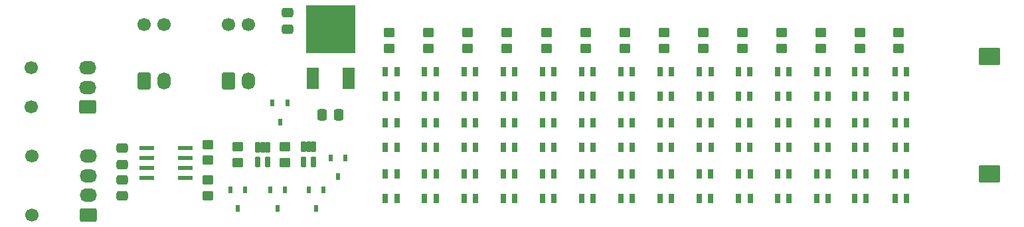
<source format=gbr>
%TF.GenerationSoftware,KiCad,Pcbnew,8.0.8+dfsg-1*%
%TF.CreationDate,2025-04-05T15:10:42-07:00*%
%TF.ProjectId,TSSI,54535349-2e6b-4696-9361-645f70636258,rev?*%
%TF.SameCoordinates,Original*%
%TF.FileFunction,Soldermask,Top*%
%TF.FilePolarity,Negative*%
%FSLAX46Y46*%
G04 Gerber Fmt 4.6, Leading zero omitted, Abs format (unit mm)*
G04 Created by KiCad (PCBNEW 8.0.8+dfsg-1) date 2025-04-05 15:10:42*
%MOMM*%
%LPD*%
G01*
G04 APERTURE LIST*
G04 Aperture macros list*
%AMRoundRect*
0 Rectangle with rounded corners*
0 $1 Rounding radius*
0 $2 $3 $4 $5 $6 $7 $8 $9 X,Y pos of 4 corners*
0 Add a 4 corners polygon primitive as box body*
4,1,4,$2,$3,$4,$5,$6,$7,$8,$9,$2,$3,0*
0 Add four circle primitives for the rounded corners*
1,1,$1+$1,$2,$3*
1,1,$1+$1,$4,$5*
1,1,$1+$1,$6,$7*
1,1,$1+$1,$8,$9*
0 Add four rect primitives between the rounded corners*
20,1,$1+$1,$2,$3,$4,$5,0*
20,1,$1+$1,$4,$5,$6,$7,0*
20,1,$1+$1,$6,$7,$8,$9,0*
20,1,$1+$1,$8,$9,$2,$3,0*%
G04 Aperture macros list end*
%ADD10RoundRect,0.102000X-1.250000X-1.000000X1.250000X-1.000000X1.250000X1.000000X-1.250000X1.000000X0*%
%ADD11R,1.981200X0.558800*%
%ADD12RoundRect,0.075500X-0.226500X0.621500X-0.226500X-0.621500X0.226500X-0.621500X0.226500X0.621500X0*%
%ADD13R,1.500000X2.800000*%
%ADD14R,6.300000X6.100000*%
%ADD15R,0.558800X0.863600*%
%ADD16R,0.750000X1.150000*%
%ADD17RoundRect,0.250000X-0.450000X0.350000X-0.450000X-0.350000X0.450000X-0.350000X0.450000X0.350000X0*%
%ADD18RoundRect,0.250000X-0.475000X0.337500X-0.475000X-0.337500X0.475000X-0.337500X0.475000X0.337500X0*%
%ADD19C,1.700000*%
%ADD20RoundRect,0.250000X0.850000X0.600000X-0.850000X0.600000X-0.850000X-0.600000X0.850000X-0.600000X0*%
%ADD21O,2.200000X1.700000*%
%ADD22RoundRect,0.250000X0.450000X-0.350000X0.450000X0.350000X-0.450000X0.350000X-0.450000X-0.350000X0*%
%ADD23RoundRect,0.250000X0.600000X-0.850000X0.600000X0.850000X-0.600000X0.850000X-0.600000X-0.850000X0*%
%ADD24O,1.700000X2.200000*%
%ADD25RoundRect,0.250000X0.337500X0.475000X-0.337500X0.475000X-0.337500X-0.475000X0.337500X-0.475000X0*%
G04 APERTURE END LIST*
D10*
%TO.C,L1*%
X202750000Y-99750000D03*
X202750000Y-114750000D03*
%TD*%
D11*
%TO.C,U3*%
X100250000Y-111480000D03*
X100250000Y-112750000D03*
X100250000Y-114020000D03*
X100250000Y-115290000D03*
X95322400Y-115290000D03*
X95322400Y-114020000D03*
X95322400Y-112750000D03*
X95322400Y-111480000D03*
%TD*%
D12*
%TO.C,U2*%
X110750000Y-111340000D03*
X110100000Y-111340000D03*
X109450000Y-111340000D03*
X109450000Y-113260000D03*
X110750000Y-113260000D03*
%TD*%
%TO.C,U4*%
X116600000Y-111300000D03*
X115950000Y-111300000D03*
X115300000Y-111300000D03*
X115300000Y-113220000D03*
X116600000Y-113220000D03*
%TD*%
D13*
%TO.C,U5*%
X116464000Y-102550000D03*
D14*
X118750000Y-96300000D03*
D13*
X121036000Y-102550000D03*
%TD*%
D15*
%TO.C,CR3*%
X106900001Y-119187600D03*
X105950000Y-116800000D03*
X107850002Y-116800000D03*
%TD*%
%TO.C,CR2*%
X119700001Y-115137600D03*
X118750000Y-112750000D03*
X120650002Y-112750000D03*
%TD*%
%TO.C,CR5*%
X112299999Y-108137600D03*
X111349998Y-105750000D03*
X113250000Y-105750000D03*
%TD*%
%TO.C,CR4*%
X116900001Y-119187600D03*
X115950000Y-116800000D03*
X117850002Y-116800000D03*
%TD*%
D16*
%TO.C,D4*%
X132200000Y-101750000D03*
X130750000Y-101750000D03*
X130750000Y-104900000D03*
X132200000Y-104900000D03*
%TD*%
D17*
%TO.C,R10*%
X151250000Y-96750000D03*
X151250000Y-98750000D03*
%TD*%
D16*
%TO.C,D20*%
X157200000Y-108250000D03*
X155750000Y-108250000D03*
X155750000Y-111400000D03*
X157200000Y-111400000D03*
%TD*%
D18*
%TO.C,C2*%
X92150000Y-115520000D03*
X92150000Y-117595000D03*
%TD*%
D16*
%TO.C,D21*%
X157200000Y-114750000D03*
X155750000Y-114750000D03*
X155750000Y-117900000D03*
X157200000Y-117900000D03*
%TD*%
%TO.C,D30*%
X172250000Y-114750000D03*
X170800000Y-114750000D03*
X170800000Y-117900000D03*
X172250000Y-117900000D03*
%TD*%
%TO.C,D25*%
X167250000Y-101750000D03*
X165800000Y-101750000D03*
X165800000Y-104900000D03*
X167250000Y-104900000D03*
%TD*%
%TO.C,D16*%
X152200000Y-101750000D03*
X150750000Y-101750000D03*
X150750000Y-104900000D03*
X152200000Y-104900000D03*
%TD*%
%TO.C,D14*%
X147200000Y-108250000D03*
X145750000Y-108250000D03*
X145750000Y-111400000D03*
X147200000Y-111400000D03*
%TD*%
%TO.C,D5*%
X132200000Y-108250000D03*
X130750000Y-108250000D03*
X130750000Y-111400000D03*
X132200000Y-111400000D03*
%TD*%
%TO.C,D37*%
X187030755Y-101750000D03*
X185580755Y-101750000D03*
X185580755Y-104900000D03*
X187030755Y-104900000D03*
%TD*%
D18*
%TO.C,C1*%
X92150000Y-111492500D03*
X92150000Y-113567500D03*
%TD*%
D16*
%TO.C,D12*%
X142200000Y-114750000D03*
X140750000Y-114750000D03*
X140750000Y-117900000D03*
X142200000Y-117900000D03*
%TD*%
D19*
%TO.C,J3*%
X80570000Y-106250000D03*
X80570000Y-101250000D03*
D20*
X87750000Y-106250000D03*
D21*
X87750000Y-103750000D03*
X87750000Y-101250000D03*
%TD*%
D17*
%TO.C,R16*%
X181250000Y-96750000D03*
X181250000Y-98750000D03*
%TD*%
D16*
%TO.C,D26*%
X167250000Y-108250000D03*
X165800000Y-108250000D03*
X165800000Y-111400000D03*
X167250000Y-111400000D03*
%TD*%
D22*
%TO.C,R2*%
X106950000Y-113300000D03*
X106950000Y-111300000D03*
%TD*%
D19*
%TO.C,J4*%
X95000000Y-95750000D03*
X97500000Y-95750000D03*
D23*
X95000000Y-102930000D03*
D24*
X97500000Y-102930000D03*
%TD*%
D16*
%TO.C,D6*%
X132200000Y-114750000D03*
X130750000Y-114750000D03*
X130750000Y-117900000D03*
X132200000Y-117900000D03*
%TD*%
D17*
%TO.C,R12*%
X161250000Y-96750000D03*
X161250000Y-98750000D03*
%TD*%
%TO.C,R7*%
X136250000Y-96750000D03*
X136250000Y-98750000D03*
%TD*%
D25*
%TO.C,C3*%
X119787500Y-107250000D03*
X117712500Y-107250000D03*
%TD*%
D16*
%TO.C,D19*%
X157200000Y-101750000D03*
X155750000Y-101750000D03*
X155750000Y-104900000D03*
X157200000Y-104900000D03*
%TD*%
%TO.C,D2*%
X127200000Y-108250000D03*
X125750000Y-108250000D03*
X125750000Y-111400000D03*
X127200000Y-111400000D03*
%TD*%
%TO.C,D1*%
X127200000Y-101750000D03*
X125750000Y-101750000D03*
X125750000Y-104900000D03*
X127200000Y-104900000D03*
%TD*%
D17*
%TO.C,R15*%
X176250000Y-96750000D03*
X176250000Y-98750000D03*
%TD*%
%TO.C,R9*%
X146250000Y-96750000D03*
X146250000Y-98750000D03*
%TD*%
D16*
%TO.C,D33*%
X177200000Y-114750000D03*
X175750000Y-114750000D03*
X175750000Y-117900000D03*
X177200000Y-117900000D03*
%TD*%
%TO.C,D38*%
X187030755Y-108250000D03*
X185580755Y-108250000D03*
X185580755Y-111400000D03*
X187030755Y-111400000D03*
%TD*%
D18*
%TO.C,C4*%
X113250000Y-94212500D03*
X113250000Y-96287500D03*
%TD*%
D16*
%TO.C,D32*%
X177200000Y-108250000D03*
X175750000Y-108250000D03*
X175750000Y-111400000D03*
X177200000Y-111400000D03*
%TD*%
%TO.C,D31*%
X177200000Y-101750000D03*
X175750000Y-101750000D03*
X175750000Y-104900000D03*
X177200000Y-104900000D03*
%TD*%
%TO.C,D40*%
X192150000Y-101750000D03*
X190700000Y-101750000D03*
X190700000Y-104900000D03*
X192150000Y-104900000D03*
%TD*%
D17*
%TO.C,R11*%
X156250000Y-96750000D03*
X156250000Y-98750000D03*
%TD*%
D16*
%TO.C,D8*%
X137200000Y-108250000D03*
X135750000Y-108250000D03*
X135750000Y-111400000D03*
X137200000Y-111400000D03*
%TD*%
%TO.C,D23*%
X162200000Y-108250000D03*
X160750000Y-108250000D03*
X160750000Y-111400000D03*
X162200000Y-111400000D03*
%TD*%
%TO.C,D28*%
X172200000Y-101750000D03*
X170750000Y-101750000D03*
X170750000Y-104900000D03*
X172200000Y-104900000D03*
%TD*%
D17*
%TO.C,R13*%
X166250000Y-96750000D03*
X166250000Y-98750000D03*
%TD*%
D19*
%TO.C,J1*%
X80710000Y-120000000D03*
X80710000Y-112500000D03*
D20*
X87890000Y-120000000D03*
D21*
X87890000Y-117500000D03*
X87890000Y-115000000D03*
X87890000Y-112500000D03*
%TD*%
D16*
%TO.C,D10*%
X142200000Y-101750000D03*
X140750000Y-101750000D03*
X140750000Y-104900000D03*
X142200000Y-104900000D03*
%TD*%
%TO.C,D3*%
X127200000Y-114750000D03*
X125750000Y-114750000D03*
X125750000Y-117900000D03*
X127200000Y-117900000D03*
%TD*%
D17*
%TO.C,R18*%
X191200000Y-96750000D03*
X191200000Y-98750000D03*
%TD*%
D16*
%TO.C,D42*%
X192150000Y-114750000D03*
X190700000Y-114750000D03*
X190700000Y-117900000D03*
X192150000Y-117900000D03*
%TD*%
D17*
%TO.C,R14*%
X171250000Y-96750000D03*
X171250000Y-98750000D03*
%TD*%
%TO.C,R4*%
X103150000Y-115520000D03*
X103150000Y-117520000D03*
%TD*%
D16*
%TO.C,D29*%
X172200000Y-108250000D03*
X170750000Y-108250000D03*
X170750000Y-111400000D03*
X172200000Y-111400000D03*
%TD*%
D19*
%TO.C,J2*%
X105750000Y-95750000D03*
X108250000Y-95750000D03*
D23*
X105750000Y-102930000D03*
D24*
X108250000Y-102930000D03*
%TD*%
D17*
%TO.C,R6*%
X131250000Y-96750000D03*
X131250000Y-98750000D03*
%TD*%
%TO.C,R5*%
X126250000Y-96750000D03*
X126250000Y-98750000D03*
%TD*%
D16*
%TO.C,D35*%
X182200000Y-108250000D03*
X180750000Y-108250000D03*
X180750000Y-111400000D03*
X182200000Y-111400000D03*
%TD*%
%TO.C,D27*%
X167200000Y-114750000D03*
X165750000Y-114750000D03*
X165750000Y-117900000D03*
X167200000Y-117900000D03*
%TD*%
%TO.C,D13*%
X147200000Y-101750000D03*
X145750000Y-101750000D03*
X145750000Y-104900000D03*
X147200000Y-104900000D03*
%TD*%
%TO.C,D11*%
X142200000Y-108250000D03*
X140750000Y-108250000D03*
X140750000Y-111400000D03*
X142200000Y-111400000D03*
%TD*%
D22*
%TO.C,R1*%
X112950000Y-113300000D03*
X112950000Y-111300000D03*
%TD*%
D16*
%TO.C,D36*%
X182200000Y-114750000D03*
X180750000Y-114750000D03*
X180750000Y-117900000D03*
X182200000Y-117900000D03*
%TD*%
%TO.C,D24*%
X162200000Y-114750000D03*
X160750000Y-114750000D03*
X160750000Y-117900000D03*
X162200000Y-117900000D03*
%TD*%
%TO.C,D22*%
X162250000Y-101750000D03*
X160800000Y-101750000D03*
X160800000Y-104900000D03*
X162250000Y-104900000D03*
%TD*%
D17*
%TO.C,R3*%
X103150000Y-111020000D03*
X103150000Y-113020000D03*
%TD*%
D16*
%TO.C,D39*%
X187030755Y-114750000D03*
X185580755Y-114750000D03*
X185580755Y-117900000D03*
X187030755Y-117900000D03*
%TD*%
%TO.C,D9*%
X137200000Y-114750000D03*
X135750000Y-114750000D03*
X135750000Y-117900000D03*
X137200000Y-117900000D03*
%TD*%
%TO.C,D41*%
X192150000Y-108250000D03*
X190700000Y-108250000D03*
X190700000Y-111400000D03*
X192150000Y-111400000D03*
%TD*%
%TO.C,D18*%
X152200000Y-114750000D03*
X150750000Y-114750000D03*
X150750000Y-117900000D03*
X152200000Y-117900000D03*
%TD*%
%TO.C,D15*%
X147200000Y-114750000D03*
X145750000Y-114750000D03*
X145750000Y-117900000D03*
X147200000Y-117900000D03*
%TD*%
D17*
%TO.C,R17*%
X186251174Y-96750000D03*
X186251174Y-98750000D03*
%TD*%
D16*
%TO.C,D7*%
X137200000Y-101750000D03*
X135750000Y-101750000D03*
X135750000Y-104900000D03*
X137200000Y-104900000D03*
%TD*%
D17*
%TO.C,R8*%
X141250000Y-96750000D03*
X141250000Y-98750000D03*
%TD*%
D16*
%TO.C,D34*%
X182200000Y-101750000D03*
X180750000Y-101750000D03*
X180750000Y-104900000D03*
X182200000Y-104900000D03*
%TD*%
%TO.C,D17*%
X152200000Y-108250000D03*
X150750000Y-108250000D03*
X150750000Y-111400000D03*
X152200000Y-111400000D03*
%TD*%
D15*
%TO.C,CR1*%
X112950000Y-116800000D03*
X111049998Y-116800000D03*
X111999999Y-119187600D03*
%TD*%
M02*

</source>
